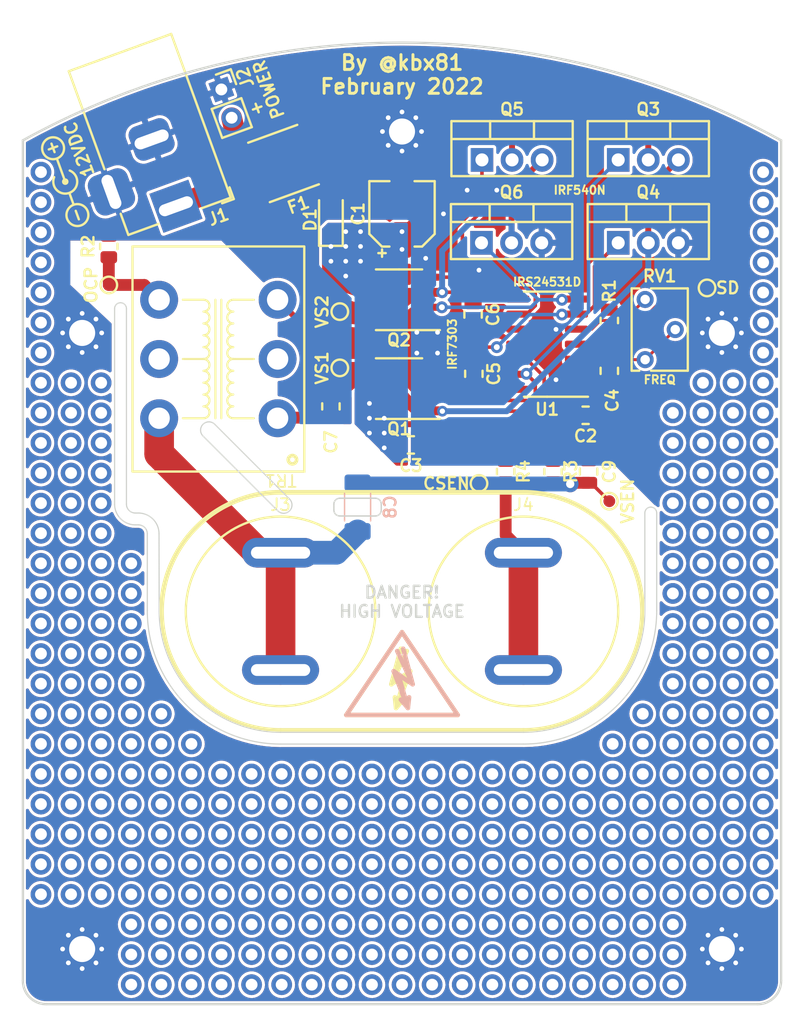
<source format=kicad_pcb>
(kicad_pcb (version 20211014) (generator pcbnew)
  (layers (0 "F.Cu" signal) (31 "B.Cu" signal) (34 "B.Paste" user) (35 "F.Paste" user) (36 "B.SilkS" user "B.Silkscreen") (37 "F.SilkS" user "F.Silkscreen") (38 "B.Mask" user) (39 "F.Mask" user) (44 "Edge.Cuts" user))
  (net 0 "")
  (net 1 "+12V")
  (net 2 "GND")
  (net 3 "/CT")
  (net 4 "/VS1")
  (net 5 "/VB1")
  (net 6 "/VS2")
  (net 7 "/VB2")
  (net 8 "Net-(R1-Pad1)")
  (net 9 "/RT")
  (net 10 "/SD")
  (net 11 "/HV")
  (net 12 "/VSEN")
  (net 13 "Net-(D1-Pad2)")
  (net 14 "Net-(F1-Pad2)")
  (net 15 "/CSEN")
  (net 16 "/GA")
  (net 17 "/GB")
  (net 18 "/GD")
  (net 19 "/GC")
  (net 20 "/OCP")
  (net 23 "/XFMR")
  (footprint "NeonPSU:SimplePad" (layer "F.Cu") (at 172.862894 130.767106 180)
    (fp_text reference "REF**" hide)
    (fp_text value "SimplePad")
  )
  (footprint "NeonPSU:SimplePad" (layer "F.Cu") (at 122.062894 110.447106 90)
    (fp_text reference "REF**" hide)
    (fp_text value "SimplePad")
  )
  (footprint "NeonPSU:SimplePad" (layer "F.Cu") (at 124.602894 95.207106 -90)
    (fp_text reference "REF**" hide)
    (fp_text value "SimplePad")
  )
  (footprint "Resistor_SMD:R_0805_2012Metric" (layer "F.Cu") (at 125.25 71 -90)
    (fp_text reference "R2")
    (fp_text value "100")
  )
  (footprint "NeonPSU:SimplePad" (layer "F.Cu") (at 127.142894 123.147106)
    (fp_text reference "REF**" hide)
    (fp_text value "SimplePad")
  )
  (footprint "NeonPSU:SimplePad" (layer "F.Cu") (at 177.942894 100.287106 -90)
    (fp_text reference "REF**" hide)
    (fp_text value "SimplePad")
  )
  (footprint "NeonPSU:SimplePad" (layer "F.Cu") (at 147.462894 133.307106)
    (fp_text reference "REF**" hide)
    (fp_text value "SimplePad")
  )
  (footprint "NeonPSU:SimplePad" (layer "F.Cu") (at 177.942894 92.667106 -90)
    (fp_text reference "REF**" hide)
    (fp_text value "SimplePad")
  )
  (footprint "NeonPSU:SimplePad" (layer "F.Cu") (at 162.702894 118.067106 180)
    (fp_text reference "REF**" hide)
    (fp_text value "SimplePad")
  )
  (footprint "TestPoint:TestPoint_Pad_D1.0mm" (layer "F.Cu") (at 144.749998 81.250002 90)
    (fp_text reference "TP4")
    (fp_text value "VS1")
  )
  (footprint "MountingHole:MountingHole_2.2mm_M2_Pad_Via" (layer "F.Cu") (at 177 78.3)
    (fp_text reference "H4")
    (fp_text value "MountingHole_Pad")
  )
  (footprint "NeonPSU:SimplePad" (layer "F.Cu") (at 172.862894 112.987106 -90)
    (fp_text reference "REF**" hide)
    (fp_text value "SimplePad")
  )
  (footprint "Capacitor_SMD:C_0805_2012Metric" (layer "F.Cu") (at 165.5 85.250002)
    (fp_text reference "C2")
    (fp_text value "10 uF")
  )
  (footprint "NeonPSU:SimplePad" (layer "F.Cu") (at 129.682894 115.527106)
    (fp_text reference "REF**" hide)
    (fp_text value "SimplePad")
  )
  (footprint "NeonPSU:SimplePad" (layer "F.Cu") (at 172.862894 90.127106 -90)
    (fp_text reference "REF**" hide)
    (fp_text value "SimplePad")
  )
  (footprint "TestPoint:TestPoint_Pad_D1.0mm" (layer "F.Cu") (at 125.249998 74.250002 90)
    (fp_text reference "TP3")
    (fp_text value "OCP")
  )
  (footprint "NeonPSU:SimplePad" (layer "F.Cu") (at 157.622894 128.227106 180)
    (fp_text reference "REF**" hide)
    (fp_text value "SimplePad")
  )
  (footprint "NeonPSU:SimplePad" (layer "F.Cu") (at 134.762894 123.147106)
    (fp_text reference "REF**" hide)
    (fp_text value "SimplePad")
  )
  (footprint "NeonPSU:SimplePad" (layer "F.Cu") (at 177.942894 82.507106 -90)
    (fp_text reference "REF**" hide)
    (fp_text value "SimplePad")
  )
  (footprint "NeonPSU:SimplePad" (layer "F.Cu") (at 144.922894 118.067106)
    (fp_text reference "REF**" hide)
    (fp_text value "SimplePad")
  )
  (footprint "NeonPSU:SimplePad" (layer "F.Cu") (at 119.522894 74.887106 -90)
    (fp_text reference "REF**" hide)
    (fp_text value "SimplePad")
  )
  (footprint "NeonPSU:SimplePad" (layer "F.Cu") (at 157.622894 120.607106 180)
    (fp_text reference "REF**" hide)
    (fp_text value "SimplePad")
  )
  (footprint "NeonPSU:SimplePad" (layer "F.Cu") (at 139.842894 130.767106)
    (fp_text reference "REF**" hide)
    (fp_text value "SimplePad")
  )
  (footprint "NeonPSU:SimplePad" (layer "F.Cu") (at 144.922894 133.307106)
    (fp_text reference "REF**" hide)
    (fp_text value "SimplePad")
  )
  (footprint "NeonPSU:SimplePad" (layer "F.Cu") (at 150.002894 133.307106)
    (fp_text reference "REF**" hide)
    (fp_text value "SimplePad")
  )
  (footprint "NeonPSU:SimplePad" (layer "F.Cu") (at 180.482894 105.367106 -90)
    (fp_text reference "REF**" hide)
    (fp_text value "SimplePad")
  )
  (footprint "NeonPSU:SimplePad" (layer "F.Cu") (at 139.842894 123.147106)
    (fp_text reference "REF**" hide)
    (fp_text value "SimplePad")
  )
  (footprint "NeonPSU:SimplePad" (layer "F.Cu") (at 155.082894 120.607106 180)
    (fp_text reference "REF**" hide)
    (fp_text value "SimplePad")
  )
  (footprint "NeonPSU:SimplePad" (layer "F.Cu") (at 119.522894 92.667106 -90)
    (fp_text reference "REF**" hide)
    (fp_text value "SimplePad")
  )
  (footprint "NeonPSU:SimplePad" (layer "F.Cu") (at 175.402894 102.827106 -90)
    (fp_text reference "REF**" hide)
    (fp_text value "SimplePad")
  )
  (footprint "NeonPSU:SimplePad" (layer "F.Cu") (at 170.322894 120.607106 180)
    (fp_text reference "REF**" hide)
    (fp_text value "SimplePad")
  )
  (footprint "NeonPSU:SimplePad" (layer "F.Cu") (at 119.522894 77.427106 -90)
    (fp_text reference "REF**" hide)
    (fp_text value "SimplePad")
  )
  (footprint "NeonPSU:SimplePad" (layer "F.Cu") (at 175.402894 97.747106 -90)
    (fp_text reference "REF**" hide)
    (fp_text value "SimplePad")
  )
  (footprint "NeonPSU:SimplePad" (layer "F.Cu") (at 180.482894 72.347106 -90)
    (fp_text reference "REF**" hide)
    (fp_text value "SimplePad")
  )
  (footprint "NeonPSU:SimplePad" (layer "F.Cu") (at 119.522894 97.747106 -90)
    (fp_text reference "REF**" hide)
    (fp_text value "SimplePad")
  )
  (footprint "NeonPSU:SimplePad" (layer "F.Cu") (at 122.062894 100.287106 -90)
    (fp_text reference "REF**" hide)
    (fp_text value "SimplePad")
  )
  (footprint "NeonPSU:SimplePad" (layer "F.Cu") (at 119.522894 95.207106 -90)
    (fp_text reference "REF**" hide)
    (fp_text value "SimplePad")
  )
  (footprint "NeonPSU:SimplePad" (layer "F.Cu") (at 139.842894 120.607106)
    (fp_text reference "REF**" hide)
    (fp_text value "SimplePad")
  )
  (footprint "NeonPSU:SimplePad" (layer "F.Cu") (at 180.482894 77.427106 -90)
    (fp_text reference "REF**" hide)
    (fp_text value "SimplePad")
  )
  (footprint "MountingHole:MountingHole_2.2mm_M2_Pad_Via" (layer "F.Cu") (at 177 130.3)
    (fp_text reference "H3")
    (fp_text value "MountingHole_Pad")
  )
  (footprint "NeonPSU:SimplePad" (layer "F.Cu") (at 144.922894 130.767106)
    (fp_text reference "REF**" hide)
    (fp_text value "SimplePad")
  )
  (footprint "NeonPSU:SimplePad" (layer "F.Cu") (at 172.862894 92.667106 180)
    (fp_text reference "REF**" hide)
    (fp_text value "SimplePad")
  )
  (footprint "NeonPSU:SimplePad" (layer "F.Cu") (at 177.942894 118.067106 90)
    (fp_text reference "REF**" hide)
    (fp_text value "SimplePad")
  )
  (footprint "Capacitor_SMD:C_0805_2012Metric" (layer "F.Cu") (at 150.75 87.75)
    (fp_text reference "C3")
    (fp_text value "10 uF")
  )
  (footprint "NeonPSU:SimplePad" (layer "F.Cu") (at 175.402894 100.287106 -90)
    (fp_text reference "REF**" hide)
    (fp_text value "SimplePad")
  )
  (footprint "NeonPSU:SimplePad" (layer "F.Cu") (at 167.782894 128.227106 180)
    (fp_text reference "REF**" hide)
    (fp_text value "SimplePad")
  )
  (footprint "NeonPSU:SimplePad" (layer "F.Cu") (at 134.762894 120.607106)
    (fp_text reference "REF**" hide)
    (fp_text value "SimplePad")
  )
  (footprint "NeonPSU:SimplePad" (layer "F.Cu") (at 119.522894 102.827106 -90)
    (fp_text reference "REF**" hide)
    (fp_text value "SimplePad")
  )
  (footprint "NeonPSU:SimplePad" (layer "F.Cu") (at 142.382894 115.527106)
    (fp_text reference "REF**" hide)
    (fp_text value "SimplePad")
  )
  (footprint "NeonPSU:SimplePad" (layer "F.Cu") (at 155.082894 128.227106 180)
    (fp_text reference "REF**" hide)
    (fp_text value "SimplePad")
  )
  (footprint "NeonPSU:SimplePad" (layer "F.Cu") (at 132.222894 115.527106)
    (fp_text reference "REF**" hide)
    (fp_text value "SimplePad")
  )
  (footprint "NeonPSU:SimplePad" (layer "F.Cu") (at 165.242894 128.227106 180)
    (fp_text reference "REF**" hide)
    (fp_text value "SimplePad")
  )
  (footprint "NeonPSU:SimplePad" (layer "F.Cu") (at 122.062894 85.047106 -90)
    (fp_text reference "REF**" hide)
    (fp_text value "SimplePad")
  )
  (footprint "NeonPSU:SimplePad" (layer "F.Cu") (at 127.142894 112.987106 -90)
    (fp_text reference "REF**" hide)
    (fp_text value "SimplePad")
  )
  (footprint "NeonPSU:SimplePad" (layer "F.Cu") (at 119.522894 79.967106 -90)
    (fp_text reference "REF**" hide)
    (fp_text value "SimplePad")
  )
  (footprint "NeonPSU:SimplePad" (layer "F.Cu") (at 132.222894 125.687106)
    (fp_text reference "REF**" hide)
    (fp_text value "SimplePad")
  )
  (footprint "NeonPSU:SimplePad" (layer "F.Cu") (at 152.542894 123.147106 180)
    (fp_text reference "REF**" hide)
    (fp_text value "SimplePad")
  )
  (footprint "NeonPSU:SimplePad" (layer "F.Cu") (at 139.842894 118.067106)
    (fp_text reference "REF**" hide)
    (fp_text value "SimplePad")
  )
  (footprint "NeonPSU:SimplePad" (layer "F.Cu") (at 180.482894 74.887106 -90)
    (fp_text reference "REF**" hide)
    (fp_text value "SimplePad")
  )
  (footprint "NeonPSU:SimplePad" (layer "F.Cu") (at 119.522894 85.047106 -90)
    (fp_text reference "REF**" hide)
    (fp_text value "SimplePad")
  )
  (footprint "NeonPSU:SimplePad" (layer "F.Cu") (at 162.702894 130.767106 180)
    (fp_text reference "REF**" hide)
    (fp_text value "SimplePad")
  )
  (footprint "NeonPSU:SimplePad" (layer "F.Cu") (at 129.682894 110.447106 -90)
    (fp_text reference "REF**" hide)
    (fp_text value "SimplePad")
  )
  (footprint "NeonPSU:SimplePad" (layer "F.Cu") (at 119.522894 123.147106 90)
    (fp_text reference "REF**" hide)
    (fp_text value "SimplePad")
  )
  (footprint "NeonPSU:SimplePad" (layer "F.Cu") (at 175.402894 90.127106 -90)
    (fp_text reference "REF**" hide)
    (fp_text value "SimplePad")
  )
  (footprint "NeonPSU:SimplePad" (layer "F.Cu") (at 162.702894 120.607106 180)
    (fp_text reference "REF**" hide)
    (fp_text value "SimplePad")
  )
  (footprint "NeonPSU:SimplePad" (layer "F.Cu") (at 175.402894 85.047106 -90)
    (fp_text reference "REF**" hide)
    (fp_text value "SimplePad")
  )
  (footprint "NeonPSU:SimplePad" (layer "F.Cu") (at 177.942894 90.127106 -90)
    (fp_text reference "REF**" hide)
    (fp_text value "SimplePad")
  )
  (footprint "NeonPSU:SimplePad" (layer "F.Cu") (at 144.922894 123.147106)
    (fp_text reference "REF**" hide)
    (fp_text value "SimplePad")
  )
  (footprint "NeonPSUTestPCB:SpringContact_9.9mm_5mm" (layer "F.Cu") (at 139.75 101.8)
    (fp_text reference "J3")
    (fp_text value "LAMP1+")
  )
  (footprint "NeonPSU:SimplePad" (layer "F.Cu") (at 119.522894 90.127106 -90)
    (fp_text reference "REF**" hide)
    (fp_text value "SimplePad")
  )
  (footprint "NeonPSU:SimplePad" (layer "F.Cu") (at 170.322894 115.527106 180)
    (fp_text reference "REF**" hide)
    (fp_text value "SimplePad")
  )
  (footprint "NeonPSU:SimplePad" (layer "F.Cu") (at 180.482894 85.047106 -90)
    (fp_text reference "REF**" hide)
    (fp_text value "SimplePad")
  )
  (footprint "NeonPSU:SimplePad" (layer "F.Cu") (at 119.522894 100.287106 -90)
    (fp_text reference "REF**" hide)
    (fp_text value "SimplePad")
  )
  (footprint "NeonPSU:SimplePad" (layer "F.Cu") (at 124.602894 107.907106 -90)
    (fp_text reference "REF**" hide)
    (fp_text value "SimplePad")
  )
  (footprint "NeonPSU:SimplePad" (layer "F.Cu") (at 162.702894 128.227106 180)
    (fp_text reference "REF**" hide)
    (fp_text value "SimplePad")
  )
  (footprint "Package_SO:SOIC-8_3.9x4.9mm_P1.27mm" (layer "F.Cu") (at 149.75 75.5 180)
    (fp_text reference "Q2")
    (fp_text value "IRF7303")
  )
  (footprint "NeonPSU:SimplePad" (layer "F.Cu") (at 147.462894 120.607106)
    (fp_text reference "REF**" hide)
    (fp_text value "SimplePad")
  )
  (footprint "NeonPSU:SimplePad" (layer "F.Cu") (at 175.402894 82.507106 -90)
    (fp_text reference "REF**" hide)
    (fp_text value "SimplePad")
  )
  (footprint "NeonPSU:SimplePad" (layer "F.Cu") (at 134.762894 133.307106)
    (fp_text reference "REF**" hide)
    (fp_text value "SimplePad")
  )
  (footprint "TestPoint:TestPoint_Pad_D1.0mm" (layer "F.Cu") (at 156.499998 91.000002 90)
    (fp_text reference "TP1")
    (fp_text value "CSEN")
  )
  (footprint "NeonPSU:SimplePad" (layer "F.Cu") (at 147.462894 128.227106)
    (fp_text reference "REF**" hide)
    (fp_text value "SimplePad")
  )
  (footprint "Package_TO_SOT_THT:TO-220-3_Vertical" (layer "F.Cu") (at 168.249998 70.695002)
    (fp_text reference "Q4")
    (fp_text value "IRF540N")
  )
  (footprint "NeonPSU:SimplePad" (layer "F.Cu") (at 180.482894 110.447106 -90)
    (fp_text reference "REF**" hide)
    (fp_text value "SimplePad")
  )
  (footprint "NeonPSU:SimplePad" (layer "F.Cu") (at 122.062894 97.747106 -90)
    (fp_text reference "REF**" hide)
    (fp_text value "SimplePad")
  )
  (footprint "NeonPSU:SimplePad" (layer "F.Cu") (at 127.142894 105.367106 -90)
    (fp_text reference "REF**" hide)
    (fp_text value "SimplePad")
  )
  (footprint "NeonPSU:SimplePad" (layer "F.Cu") (at 172.862894 97.747106 180)
    (fp_text reference "REF**" hide)
    (fp_text value "SimplePad")
  )
  (footprint "NeonPSU:SimplePad" (layer "F.Cu") (at 129.682894 133.307106)
    (fp_text reference "REF**" hide)
    (fp_text value "SimplePad")
  )
  (footprint "NeonPSU:SimplePad" (layer "F.Cu") (at 172.862894 128.227106 180)
    (fp_text reference "REF**" hide)
    (fp_text value "SimplePad")
  )
  (footprint "NeonPSU:SimplePad" (layer "F.Cu") (at 165.242894 115.527106 180)
    (fp_text reference "REF**" hide)
    (fp_text value "SimplePad")
  )
  (footprint "NeonPSU:SimplePad" (layer "F.Cu") (at 170.322894 118.067106 180)
    (fp_text reference "REF**" hide)
    (fp_text value "SimplePad")
  )
  (footprint "NeonPSU:SimplePad" (layer "F.Cu") (at 122.062894 95.207106 -90)
    (fp_text reference "REF**" hide)
    (fp_text value "SimplePad")
  )
  (footprint "NeonPSU:SimplePad" (layer "F.Cu") (at 177.942894 102.827106 -90)
    (fp_text reference "REF**" hide)
    (fp_text value "SimplePad")
  )
  (footprint "NeonPSU:SimplePad" (layer "F.Cu") (at 150.002894 125.687106)
    (fp_text reference "REF**" hide)
    (fp_text value "SimplePad")
  )
  (footprint "NeonPSU:SimplePad" (layer "F.Cu") (at 167.782894 112.987106 -90)
    (fp_text reference "REF**" hide)
    (fp_text value "SimplePad")
  )
  (footprint "NeonPSU:SimplePad" (layer "F.Cu") (at 127.142894 107.907106 -90)
    (fp_text reference "REF**" hide)
    (fp_text value "SimplePad")
  )
  (footprint "NeonPSU:SimplePad" (layer "F.Cu") (at 147.462894 130.767106)
    (fp_text reference "REF**" hide)
    (fp_text value "SimplePad")
  )
  (footprint "NeonPSU:SimplePad" (layer "F.Cu") (at 180.482894 120.607106 90)
    (fp_text reference "REF**" hide)
    (fp_text value "SimplePad")
  )
  (footprint "NeonPSU:SimplePad" (layer "F.Cu") (at 134.762894 118.067106)
    (fp_text reference "REF**" hide)
    (fp_text value "SimplePad")
  )
  (footprint "NeonPSU:SimplePad" (layer "F.Cu") (at 150.002894 123.147106)
    (fp_text reference "REF**" hide)
    (fp_text value "SimplePad")
  )
  (footprint "NeonPSU:SimplePad" (layer "F.Cu") (at 180.482894 100.287106 -90)
    (fp_text reference "REF**" hide)
    (fp_text value "SimplePad")
  )
  (footprint "NeonPSU:SimplePad" (layer "F.Cu") (at 122.062894 87.587106 -90)
    (fp_text reference "REF**" hide)
    (fp_text value "SimplePad")
  )
  (footprint "NeonPSU:SimplePad" (layer "F.Cu") (at 122.062894 120.607106 90)
    (fp_text reference "REF**" hide)
    (fp_text value "SimplePad")
  )
  (footprint "NeonPSU:SimplePad" (layer "F.Cu") (at 172.862894 100.287106 180)
    (fp_text reference "REF**" hide)
    (fp_text value "SimplePad")
  )
  (footprint "NeonPSU:SimplePad" (layer "F.Cu") (at 127.142894 118.067106)
    (fp_text reference "REF**" hide)
    (fp_text value "SimplePad")
  )
  (footprint "Resistor_SMD:R_0805_2012Metric" (layer "F.Cu") (at 162.75 90 -90)
    (fp_text reference "R3")
    (fp_text value "10K")
  )
  (footprint "NeonPSU:SimplePad" (layer "F.Cu") (at 137.302894 118.067106)
    (fp_text reference "REF**" hide)
    (fp_text value "SimplePad")
  )
  (footprint "NeonPSU:SimplePad" (layer "F.Cu") (at 165.242894 130.767106 180)
    (fp_text reference "REF**" hide)
    (fp_text value "SimplePad")
  )
  (footprint "NeonPSU:SimplePad" (layer "F.Cu") (at 180.482894 87.587106 -90)
    (fp_text reference "REF**" hide)
    (fp_text value "SimplePad")
  )
  (footprint "Resistor_SMD:R_0805_2012Metric" (layer "F.Cu") (at 167.499998 77.250002 -90)
    (fp_text reference "R1")
    (fp_text value "10K")
  )
  (footprint "NeonPSUTestPCB:B66206J1106T001" (layer "F.Cu") (at 134.5 80.5 180)
    (fp_text reference "TR1")
    (fp_text value "B66206J1106T001")
  )
  (footprint "NeonPSU:SimplePad" (layer "F.Cu") (at 175.402894 120.607106 90)
    (fp_text reference "REF**" hide)
    (fp_text value "SimplePad")
  )
  (footprint "TestPoint:TestPoint_Pad_D1.0mm" (layer "F.Cu") (at 175.749998 74.500002)
    (fp_text reference "TP6")
    (fp_text value "SD")
  )
  (footprint "NeonPSU:SimplePad" (layer "F.Cu") (at 147.462894 115.527106)
    (fp_text reference "REF**" hide)
    (fp_text value "SimplePad")
  )
  (footprint "NeonPSU:SimplePad" (layer "F.Cu") (at 142.382894 118.067106)
    (fp_text reference "REF**" hide)
    (fp_text value "SimplePad")
  )
  (footprint "Package_SO:SOIC-14_3.9x8.7mm_P1.27mm" (layer "F.Cu") (at 162.249998 79.250002 180)
    (fp_text reference "U1")
    (fp_text value "IRS24531D")
  )
  (footprint "NeonPSU:SimplePad" (layer "F.Cu") (at 175.402894 110.447106 90)
    (fp_text reference "REF**" hide)
    (fp_text value "SimplePad")
  )
  (footprint "NeonPSU:SimplePad" (layer "F.Cu") (at 132.222894 123.147106)
    (fp_text reference "REF**" hide)
    (fp_text value "SimplePad")
  )
  (footprint "NeonPSU:SimplePad" (layer "F.Cu") (at 165.242894 133.307106 180)
    (fp_text reference "REF**" hide)
    (fp_text value "SimplePad")
  )
  (footprint "NeonPSU:SimplePad" (layer "F.Cu") (at 152.542894 133.307106 180)
    (fp_text reference "REF**" hide)
    (fp_text value "SimplePad")
  )
  (footprint "NeonPSU:SimplePad" (layer "F.Cu") (at 119.522894 67.267106 -90)
    (fp_text reference "REF**" hide)
    (fp_text value "SimplePad")
  )
  (footprint "NeonPSU:SimplePad" (layer "F.Cu") (at 134.762894 128.227106)
    (fp_text reference "REF**" hide)
    (fp_text value "SimplePad")
  )
  (footprint "NeonPSU:SimplePad" (layer "F.Cu") (at 177.942894 95.207106 -90)
    (fp_text reference "REF**" hide)
    (fp_text value "SimplePad")
  )
  (footprint "NeonPSU:SimplePad" (layer "F.Cu") (at 172.862894 95.207106 180)
    (fp_text reference "REF**" hide)
    (fp_text value "SimplePad")
  )
  (footprint "NeonPSU:SimplePad" (layer "F.Cu") (at 137.302894 115.527106)
    (fp_text reference "REF**" hide)
    (fp_text value "SimplePad")
  )
  (footprint "NeonPSU:SimplePad" (layer "F.Cu") (at 177.942894 115.527106 90)
    (fp_text reference "REF**" hide)
    (fp_text value "SimplePad")
  )
  (footprint "NeonPSU:SimplePad" (layer "F.Cu") (at 150.002894 128.227106)
    (fp_text reference "REF**" hide)
    (fp_text value "SimplePad")
  )
  (footprint "NeonPSU:SimplePad" (layer "F.Cu") (at 129.682894 123.147106)
    (fp_text reference "REF**" hide)
    (fp_text value "SimplePad")
  )
  (footprint "TestPoint:TestPoint_Pad_D1.0mm" (layer "F.Cu") (at 167.499998 92.500002 90)
    (fp_text reference "TP2")
    (fp_text value "VSEN")
  )
  (footprint "NeonPSU:SimplePad" (layer "F.Cu") (at 129.682894 120.607106)
    (fp_text reference "REF**" hide)
    (fp_text value "SimplePad")
  )
  (footprint "NeonPSU:SimplePad" (layer "F.Cu") (at 160.162894 133.307106 180)
    (fp_text reference "REF**" hide)
    (fp_text value "SimplePad")
  )
  (footprint "NeonPSU:SimplePad" (layer "F.Cu") (at 142.382894 125.687106)
    (fp_text reference "REF**" hide)
    (fp_text value "SimplePad")
  )
  (footprint "NeonPSU:SimplePad" (layer "F.Cu") (at 172.862894 85.047106 -90)
    (fp_text reference "REF**" hide)
    (fp_text value "SimplePad")
  )
  (footprint "NeonPSU:SimplePad" (layer "F.Cu") (at 157.622894 118.067106 180)
    (fp_text reference "REF**" hide)
    (fp_text value "SimplePad")
  )
  (footprint "NeonPSU:SimplePad" (layer "F.Cu") (at 122.062894 115.527106 90)
    (fp_text reference "REF**" hide)
    (fp_text value "SimplePad")
  )
  (footprint "NeonPSU:SimplePad" (layer "F.Cu") (at 162.702894 125.687106 180)
    (fp_text reference "REF**" hide)
    (fp_text value "SimplePad")
  )
  (footprint "NeonPSU:SimplePad" (layer "F.Cu") (at 175.402894 125.687106 90)
    (fp_text reference "REF**" hide)
    (fp_text value "SimplePad")
  )
  (footprint "NeonPSU:SimplePad" (layer "F.Cu") (at 137.302894 128.227106)
    (fp_text reference "REF**" hide)
    (fp_text value "SimplePad")
  )
  (footprint "NeonPSU:SimplePad" (layer "F.Cu") (at 139.842894 128.227106)
    (fp_text reference "REF**" hide)
    (fp_text value "SimplePad")
  )
  (footprint "NeonPSU:SimplePad" (layer "F.Cu") (at 137.302894 133.307106)
    (fp_text reference "REF**" hide)
    (fp_text value "SimplePad")
  )
  (footprint "NeonPSU:SimplePad" (layer "F.Cu") (at 124.602894 97.747106 -90)
    (fp_text reference "REF**" hide)
    (fp_text value "SimplePad")
  )
  (footprint "NeonPSU:SimplePad" (layer "F.Cu") (at 150.002894 118.067106)
    (fp_text reference "REF**" hide)
    (fp_text value "SimplePad")
  )
  (footprint "NeonPSU:SimplePad" (layer "F.Cu") (at 119.522894 82.507106 -90)
    (fp_text reference "REF**" hide)
    (fp_text value "SimplePad")
  )
  (footprint "NeonPSU:SimplePad" (layer "F.Cu") (at 165.242894 123.147106 180)
    (fp_text reference "REF**" hide)
    (fp_text value "SimplePad")
  )
  (footprint "NeonPSU:SimplePad" (layer "F.Cu") (at 175.402894 95.207106 -90)
    (fp_text reference "REF**" hide)
    (fp_text value "SimplePad")
  )
  (footprint "NeonPSU:SimplePad" (layer "F.Cu") (at 162.702894 133.307106 180)
    (fp_text reference "REF**" hide)
    (fp_text value "SimplePad")
  )
  (footprint "NeonPSU:SimplePad" (layer "F.Cu") (at 129.682894 128.227106)
    (fp_text reference "REF**" hide)
    (fp_text value "SimplePad")
  )
  (footprint "TestPoint:TestPoint_Pad_D1.0mm" (layer "F.Cu") (at 144.749998 76.500002 90)
    (fp_text reference "TP5")
    (fp_text value "VS2")
  )
  (footprint "Resistor_SMD:R_0805_2012Metric" (layer "F.Cu") (at 158.75 90 -90)
    (fp_text reference "R4")
    (fp_text value "392")
  )
  (footprint "NeonPSU:SimplePad" (layer "F.Cu") (at 157.622894 123.147106 180)
    (fp_text reference "REF**" hide)
    (fp_text value "SimplePad")
  )
  (footprint "NeonPSU:SimplePad" (layer "F.Cu") (at 170.322894 110.447106 -90)
    (fp_text reference "REF**" hide)
    (fp_text value "SimplePad")
  )
  (footprint "NeonPSU:SimplePad" (layer "F.Cu") (at 144.922894 115.527106)
    (fp_text reference "REF**" hide)
    (fp_text value "SimplePad")
  )
  (footprint "NeonPSU:SimplePad" (layer "F.Cu") (at 127.142894 128.227106)
    (fp_text reference "REF**" hide)
    (fp_text value "SimplePad")
  )
  (footprint "NeonPSU:SimplePad" (layer "F.Cu") (at 165.242894 125.687106 180)
    (fp_text reference "REF**" hide)
    (fp_text value "SimplePad")
  )
  (footprint "NeonPSU:SimplePad" (layer "F.Cu") (at 122.062894 125.687106 90)
    (fp_text reference "REF**" hide)
    (fp_text value "SimplePad")
  )
  (footprint "NeonPSU:SimplePad" (layer "F.Cu") (at 124.602894 92.667106 -90)
    (fp_text reference "REF**" hide)
    (fp_text value "SimplePad")
  )
  (footprint "NeonPSU:SimplePad" (layer "F.Cu") (at 177.942894 112.987106 90)
    (fp_text reference "REF**" hide)
    (fp_text value "SimplePad")
  )
  (footprint "Potentiometer_THT:Potentiometer_Bourns_3266W_Vertical" (layer "F.Cu") (at 170.524998 75.475002 90)
    (fp_text reference "RV1")
    (fp_text value "1K")
  )
  (footprint "NeonPSU:SimplePad" (layer "F.Cu") (at 144.922894 125.687106)
    (fp_text reference "REF**" hide)
    (fp_text value "SimplePad")
  )
  (footprint "NeonPSU:SimplePad" (layer "F.Cu") (at 170.322894 128.227106 180)
    (fp_text reference "REF**" hide)
    (fp_text value "SimplePad")
  )
  (footprint "Package_TO_SOT_THT:TO-220-3_Vertical" (layer "F.Cu") (at 156.749998 63.695002)
    (fp_text reference "Q5")
    (fp_text value "IRF540N")
  )
  (footprint "NeonPSU:SimplePad" (layer "F.Cu") (at 124.602894 105.367106 -90)
    (fp_text reference "REF**" hide)
    (fp_text value "SimplePad")
  )
  (footprint "NeonPSU:SimplePad" (layer "F.Cu") (at 142.382894 120.607106)
    (fp_text reference "REF**" hide)
    (fp_text value "SimplePad")
  )
  (footprint "NeonPSU:SimplePad" (layer "F.Cu") (at 119.522894 107.907106 -90)
    (fp_text reference "REF**" hide)
    (fp_text value "SimplePad")
  )
  (footprint "NeonPSU:SimplePad" (layer "F.Cu") (at 157.622894 115.527106 180)
    (fp_text reference "REF**" hide)
    (fp_text value "SimplePad")
  )
  (footprint "Symbol:Symbol_Barrel_Polarity" (layer "F.Cu") (at 121.502894 65.557106 110)
    (fp_text reference "REF**" hide)
    (fp_text value "Symbol_Barrel_Polarity")
  )
  (footprint "NeonPSU:SimplePad" (layer "F.Cu") (at 119.522894 120.607106 90)
    (fp_text reference "REF**" hide)
    (fp_text value "SimplePad")
  )
  (footprint "NeonPSU:SimplePad" (layer "F.Cu") (at 119.522894 110.447106 -90)
    (fp_text reference "REF**" hide)
    (fp_text value "SimplePad")
  )
  (footprint "NeonPSU:SimplePad" (layer "F.Cu") (at 122.062894 107.907106 90)
    (fp_text reference "REF**" hide)
    (fp_text value "SimplePad")
  )
  (footprint "NeonPSU:SimplePad" (layer "F.Cu") (at 142.382894 130.767106)
    (fp_text reference "REF**" hide)
    (fp_text value "SimplePad")
  )
  (footprint "NeonPSU:SimplePad" (layer "F.Cu") (at 152.542894 125.687106 180)
    (fp_text reference "REF**" hide)
    (fp_text value "SimplePad")
  )
  (footprint "NeonPSU:SimplePad" (layer "F.Cu") (at 139.842894 133.307106)
    (fp_text reference "REF**" hide)
    (fp_text value "SimplePad")
  )
  (footprint "Capacitor_SMD:C_0805_2012Metric" (layer "F.Cu") (at 144 84.5 90)
    (fp_text reference "C7")
    (fp_text value "4.7 uF")
  )
  (footprint "NeonPSU:SimplePad" (layer "F.Cu") (at 180.482894 67.267106 -90)
    (fp_text reference "REF**" hide)
    (fp_text value "SimplePad")
  )
  (footprint "NeonPSU:SimplePad" (layer "F.Cu") (at 162.702894 115.527106 180)
    (fp_text reference "REF**" hide)
    (fp_text value "SimplePad")
  )
  (footprint "NeonPSU:SimplePad" (layer "F.Cu") (at 180.482894 118.067106 90)
    (fp_text reference "REF**" hide)
    (fp_text value "SimplePad")
  )
  (footprint "NeonPSU:SimplePad" (layer "F.Cu") (at 167.782894 120.607106 180)
    (fp_text reference "REF**" hide)
    (fp_text value "SimplePad")
  )
  (footprint "NeonPSU:SimplePad" (layer "F.Cu") (at 172.862894 120.607106 180)
    (fp_text reference "REF**" hide)
    (fp_text value "SimplePad")
  )
  (footprint "NeonPSUTestPCB:SpringContact_9.9mm_5mm" (layer "F.Cu") (at 160.25 101.8)
    (fp_text reference "J4")
    (fp_text value "LAMP1-")
  )
  (footprint "NeonPSU:SimplePad" (layer "F.Cu") (at 177.942894 87.587106 -90)
    (fp_text reference "REF**" hide)
    (fp_text value "SimplePad")
  )
  (footprint "NeonPSU:SimplePad" (layer "F.Cu") (at 167.782894 130.767106 180)
    (fp_text reference "REF**" hide)
    (fp_text value "SimplePad")
  )
  (footprint "NeonPSU:SimplePad" (layer "F.Cu") (at 142.382894 133.307106)
    (fp_text reference "REF**" hide)
    (fp_text value "SimplePad")
  )
  (footprint "NeonPSU:SimplePad" (layer "F.Cu") (at 172.862894 87.587106 -90)
    (fp_text reference "REF**" hide)
    (fp_text value "SimplePad")
  )
  (footprint "MountingHole:MountingHole_2.2mm_M2_Pad_Via" (layer "F.Cu") (at 123 130.3)
    (fp_text reference "H2")
    (fp_text value "MountingHole_Pad")
  )
  (footprint "NeonPSU:SimplePad" (layer "F.Cu") (at 180.482894 64.727106 -90)
    (fp_text reference "REF**" hide)
    (fp_text value "SimplePad")
  )
  (footprint "NeonPSU:SimplePad" (layer "F.Cu") (at 124.602894 110.447106 -90)
    (fp_text reference "REF**" hide)
    (fp_text value "SimplePad")
  )
  (footprint "NeonPSU:SimplePad" (layer "F.Cu") (at 167.782894 133.307106 180)
    (fp_text reference "REF**" hide)
    (fp_text value "SimplePad")
  )
  (footprint "NeonPSU:SimplePad" (layer "F.Cu") (at 165.242894 118.067106 180)
    (fp_text reference "REF**" hide)
    (fp_text value "SimplePad")
  )
  (footprint "NeonPSU:SimplePad" (layer "F.Cu") (at 127.142894 130.767106)
    (fp_text reference "REF**" hide)
    (fp_text value "SimplePad")
  )
  (footprint "NeonPSU:SimplePad" (layer "F.Cu") (at 124.602894 82.507106 -90)
    (fp_text reference "REF**" hide)
    (fp_text value "SimplePad")
  )
  (footprint "NeonPSU:SimplePad" (layer "F.Cu") (at 127.142894 133.307106)
    (fp_text reference "REF**" hide)
    (fp_text value "SimplePad")
  )
  (footprint "NeonPSU:SimplePad" (layer "F.Cu") (at 150.002894 120.607106)
    (fp_text reference "REF**" hide)
    (fp_text value "SimplePad")
  )
  (footprint "NeonPSU:SimplePad" (layer "F.Cu") (at 124.602894 120.607106 -90)
    (fp_text reference "REF**" hide)
    (fp_text value "SimplePad")
  )
  (footprint "NeonPSU:SimplePad" (layer "F.Cu") (at 180.482894 112.987106 90)
    (fp_text reference "REF**" hide)
    (fp_text value "SimplePad")
  )
  (footprint "NeonPSU:SimplePad" (layer "F.Cu") (at 137.302894 125.687106)
    (fp_text reference "REF**" hide)
    (fp_text value "SimplePad")
  )
  (footprint "NeonPSU:SimplePad" (layer "F.Cu") (at 177.942894 120.607106 90)
    (fp_text reference "REF**" hide)
    (fp_text value "SimplePad")
  )
  (footprint "NeonPSU:SimplePad" (layer "F.Cu") (at 180.482894 79.967106 -90)
    (fp_text reference "REF**" hide)
    (fp_text value "SimplePad")
  )
  (footprint "NeonPSU:SimplePad" (layer "F.Cu") (at 177.942894 125.687106 90)
    (fp_text reference "REF**" hide)
    (fp_text value "SimplePad")
  )
  (footprint "NeonPSU:SimplePad" (layer "F.Cu") (at 175.402894 118.067106 90)
    (fp_text reference "REF**" hide)
    (fp_text value "SimplePad")
  )
  (footprint "NeonPSU:SimplePad" (layer "F.Cu") (at 155.082894 115.527106 180)
    (fp_text reference "REF**" hide)
    (fp_text value "SimplePad")
  )
  (footprint "NeonPSU:SimplePad" (layer "F.Cu") (at 177.942894 97.747106 -90)
    (fp_text reference "REF**" hide)
    (fp_text value "SimplePad")
  )
  (footprint "NeonPSU:SimplePad" (layer "F.Cu") (at 170.322894 133.307106 180)
    (fp_text reference "REF**" hide)
    (fp_text value "SimplePad")
  )
  (footprint "NeonPSU:SimplePad" (layer "F.Cu") (at 180.482894 123.147106 90)
    (fp_text reference "REF**" hide)
    (fp_text value "SimplePad")
  )
  (footprint "NeonPSU:SimplePad" (layer "F.Cu") (at 124.602894 90.127106 -90)
    (fp_text reference "REF**" hide)
    (fp_text value "SimplePad")
  )
  (footprint "NeonPSU:SimplePad" (layer "F.Cu") (at 180.482894 90.127106 -90)
    (fp_text reference "REF**" hide)
    (fp_text value "SimplePad")
  )
  (footprint "NeonPSU:SimplePad" (layer "F.Cu") (at 152.542894 130.767106 180)
    (fp_text reference "REF**" hide)
    (fp_text value "SimplePad")
  )
  (footprint "NeonPSU:SimplePad" (layer "F.Cu") (at 147.462894 118.067106)
    (fp_text reference "REF**" hide)
    (fp_text value "SimplePad")
  )
  (footprint "NeonPSU:SimplePad" (layer "F.Cu") (at 137.302894 130.767106)
    (fp_text reference "REF**" hide)
    (fp_text value "SimplePad")
  )
  (footprint "NeonPSU:SimplePad" (layer "F.Cu") (at 134.762894 115.527106)
    (fp_text reference "REF**" hide)
    (fp_text value "SimplePad")
  )
  (footprint "NeonPSU:SimplePad" (layer "F.Cu") (at 172.862894 102.827106 180)
    (fp_text reference "REF**" hide)
    (fp_text value "SimplePad")
  )
  (footprint "NeonPSU:SimplePad" (layer "F.Cu") (at 122.062894 82.507106 -90)
    (fp_text reference "REF**" hide)
    (fp_text value "SimplePad")
  )
  (footprint "Capacitor_SMD:C_0805_2012Metric" (layer "F.Cu") (at 156.065194 81.750002 -90)
    (fp_text reference "C5")
    (fp_text value "1 uF")
  )
  (footprint "NeonPSU:SimplePad" (layer "F.Cu") (at 129.682894 125.687106)
    (fp_text reference "REF**" hide)
    (fp_text value "SimplePad")
  )
  (footprint "NeonPSU:SimplePad" (layer "F.Cu") (at 127.142894 110.447106 -90)
    (fp_text reference "REF**" hide)
    (fp_text value "SimplePad")
  )
  (footprint "NeonPSU:SimplePad" (layer "F.Cu") (at 129.682894 112.987106 -90)
    (fp_text reference "REF**" hide)
    (fp_text value "SimplePad")
  )
  (footprint "NeonPSU:SimplePad" (layer "F.Cu") (at 150.002894 130.767106)
    (fp_text reference "REF**" hide)
    (fp_text value "SimplePad")
  )
  (footprint "NeonPSU:SimplePad" (layer "F.Cu") (at 124.602894 85.047106 -90)
    (fp_text reference "REF**" hide)
    (fp_text value "SimplePad")
  )
  (footprint "NeonPSU:SimplePad" (layer "F.Cu") (at 180.482894 82.507106 -90)
    (fp_text reference "REF**" hide)
    (fp_text value "SimplePad")
  )
  (footprint "NeonPSU:SimplePad" (layer "F.Cu") (at 177.942894 105.367106 90)
    (fp_text reference "REF**" hide)
    (fp_text value "SimplePad")
  )
  (footprint "NeonPSU:SimplePad" (layer "F.Cu") (at 180.482894 97.747106 -90)
    (fp_text reference "REF**" hide)
    (fp_text value "SimplePad")
  )
  (footprint "NeonPSU:SimplePad" (layer "F.Cu") (at 142.382894 123.147106)
    (fp_text reference "REF**" hide)
    (fp_text value "SimplePad")
  )
  (footprint "Connector_PinSocket_2.54mm:PinSocket_1x02_P2.54mm_Vertical" (layer "F.Cu") (at 134.749998 57.750002 20)
    (fp_text reference "J2")
    (fp_text value "POWER")
  )
  (footprint "NeonPSU:SimplePad" (layer "F.Cu") (at 127.142894 125.687106)
    (fp_text reference "REF**" hide)
    (fp_text value "SimplePad")
  )
  (footprint "NeonPSU:SimplePad" (layer "F.Cu") (at 157.622894 130.767106 180)
    (fp_text reference "REF**" hide)
    (fp_text value "SimplePad")
  )
  (footprint "NeonPSU:SimplePad" (layer "F.Cu") (at 122.062894 118.067106 90)
    (fp_text reference "REF**" hide)
    (fp_text value "SimplePad")
  )
  (footprint "NeonPSU:SimplePad" (layer "F.Cu") (at 127.142894 120.607106)
    (fp_text reference "REF**" hide)
    (fp_text value "SimplePad")
  )
  (footprint "NeonPSU:SimplePad" (layer "F.Cu") (at 127.142894 102.827106 -90)
    (fp_text reference "REF**" hide)
    (fp_text value "SimplePad")
  )
  (footprint "NeonPSU:SimplePad" (layer "F.Cu") (at 127.142894 97.747106 -90)
    (fp_text reference "REF**" hide)
    (fp_text value "SimplePad")
  )
  (footprint "NeonPSU:SimplePad" (layer "F.Cu") (at 147.462894 123.147106)
    (fp_text reference "REF**" hide)
    (fp_text value "SimplePad")
  )
  (footprint "NeonPSU:SimplePad" (layer "F.Cu") (at 160.162894 118.067106 180)
    (fp_text reference "REF**" hide)
    (fp_text value "SimplePad")
  )
  (footprint "Capacitor_SMD:C_0805_2012Metric" (layer "F.Cu") (at 155.999998 76.750002 -90)
    (fp_text reference "C6")
    (fp_text value "1 uF")
  )
  (footprint "NeonPSU:SimplePad" (layer "F.Cu") (at 134.762894 130.767106)
    (fp_text reference "REF**" hide)
    (fp_text value "SimplePad")
  )
  (footprint "NeonPSU:SimplePad" (layer "F.Cu") (at 175.402894 115.527106 90)
    (fp_text reference "REF**" hide)
    (fp_text value "SimplePad")
  )
  (footprint "NeonPSU:SimplePad" (layer "F.Cu") (at 142.382894 128.227106)
    (fp_text reference "REF**" hide)
    (fp_text value "SimplePad")
  )
  (footprint "NeonPSU:SimplePad" (layer "F.Cu") (at 122.062894 90.127106 -90)
    (fp_text reference "REF**" hide)
    (fp_text value "SimplePad")
  )
  (footprint "NeonPSU:SimplePad" (layer "F.Cu") (at 160.162894 120.607106 180)
    (fp_text reference "REF**" hide)
    (fp_text value "SimplePad")
  )
  (footprint "NeonPSU:SimplePad" (layer "F.Cu") (at 119.522894 87.587106 -90)
    (fp_text reference "REF**" hide)
    (fp_text value "SimplePad")
  )
  (footprint "NeonPSU:SimplePad" (layer "F.Cu") (at 132.222894 128.227106)
    (fp_text reference "REF**" hide)
    (fp_text value "SimplePad")
  )
  (footprint "NeonPSU:SimplePad" (layer "F.Cu") (at 137.302894 120.607106)
    (fp_text reference "REF**" hide)
    (fp_text value "SimplePad")
  )
  (footprint "NeonPSU:SimplePad" (layer "F.Cu") (at 132.222894 112.987106 -90)
    (fp_text reference "REF**" hide)
    (fp_text value "SimplePad")
  )
  (footprint "NeonPSU:SimplePad" (layer "F.Cu") (at 160.162894 130.767106 180)
    (fp_text reference "REF**" hide)
    (fp_text value "SimplePad")
  )
  (footprint "NeonPSU:SimplePad" (layer "F.Cu") (at 155.082894 125.687106 180)
    (fp_text reference "REF**" hide)
    (fp_text value "SimplePad")
  )
  (footprint "NeonPSU:SimplePad" (layer "F.Cu") (at 132.222894 118.067106)
    (fp_text reference "REF**" hide)
    (fp_text value "SimplePad")
  )
  (footprint "NeonPSU:SimplePad" (layer "F.Cu") (at 124.602894 112.987106 -90)
    (fp_text reference "REF**" hide)
    (fp_text value "SimplePad")
  )
  (footprint "Connector_BarrelJack:BarrelJack_Horizontal" (layer "F.Cu") (at 130.915038 67.608002 -70)
    (fp_text reference "J1")
    (fp_text value "POWER")
  )
  (footprint "Fuse:Fuse_2920_7451Metric" (layer "F.Cu") (at 139.999998 64.000002 -160)
    (fp_text reference "F1")
    (fp_text value "2A")
  )
  (footprint "NeonPSU:SimplePad" (layer "F.Cu") (at 139.842894 125.687106)
    (fp_text reference "REF**" hide)
    (fp_text value "SimplePad")
  )
  (footprint "NeonPSU:SimplePad" (layer "F.Cu") (at 167.782894 125.687106 180)
    (fp_text reference "REF**" hide)
    (fp_text value "SimplePad")
  )
  (footprint "NeonPSU:SimplePad" (layer "F.Cu") (at 127.142894 115.527106)
    (fp_text reference "REF**" hide)
    (fp_text value "SimplePad")
  )
  (footprint "NeonPSU:SimplePad" (layer "F.Cu") (at 172.862894 118.067106 180)
    (fp_text reference "REF**" hide)
    (fp_text value "SimplePad")
  )
  (footprint "Package_TO_SOT_THT:TO-220-3_Vertical" (layer "F.Cu") (at 156.709998 70.695002)
    (fp_text reference "Q6")
    (fp_text value "IRF540N")
  )
  (footprint "NeonPSU:SimplePad" (layer "F.Cu") (at 165.242894 120.607106 180)
    (fp_text reference "REF**" hide)
    (fp_text value "SimplePad")
  )
  (footprint "NeonPSU:SimplePad" (layer "F.Cu") (at 122.062894 102.827106 -90)
    (fp_text reference "REF**" hide)
    (fp_text value "SimplePad")
  )
  (footprint "NeonPSU:SimplePad" (layer "F.Cu") (at 122.062894 112.987106 90)
    (fp_text reference "REF**" hide)
    (fp_text value "SimplePad")
  )
  (footprint "NeonPSU:SimplePad" (layer "F.Cu") (at 167.782894 118.067106 180)
    (fp_text reference "REF**" hide)
    (fp_text value "SimplePad")
  )
  (footprint "Package_TO_SOT_THT:TO-220-3_Vertical" (layer "F.Cu") (at 168.249998 63.695002)
    (fp_text reference "Q3")
    (fp_text value "IRF540N")
  )
  (footprint "Capacitor_SMD:C_0805_2012Metric" (layer "F.Cu") (at 165.75 90 90)
    (fp_text reference "C9")
    (fp_text value "6800 pF")
  )
  (footprint "NeonPSU:SimplePad" (layer "F.Cu") (at 134.762894 125.687106)
    (fp_text reference "REF**" hide)
    (fp_text value "SimplePad")
  )
  (footprint "NeonPSU:SimplePad" (layer "F.Cu") (at 172.862894 115.527106 180)
    (fp_text reference "REF**" hide)
    (fp_text value "SimplePad")
  )
  (footprint "NeonPSU:SimplePad" (layer "F.Cu") (at 180.482894 125.687106 90)
    (fp_text reference "REF**" hide)
    (fp_text value "SimplePad")
  )
  (footprint "NeonPSU:SimplePad" (layer "F.Cu") (at 137.302894 123.147106)
    (fp_text reference "REF**" hide)
    (fp_text value "SimplePad")
  )
  (footprint "NeonPSU:SimplePad" (layer "F.Cu") (at 172.862894 125.687106 180)
    (fp_text reference "REF**" hide)
    (fp_text value "SimplePad")
  )
  (footprint "NeonPSU:SimplePad" (layer "F.Cu") (at 127.142894 100.287106 -90)
    (fp_text reference "REF**" hide)
    (fp_text value "SimplePad")
  )
  (footprint "NeonPSU:SimplePad" (layer "F.Cu") (at 175.402894 87.587106 -90)
    (fp_text reference "REF**" hide)
    (fp_text value "SimplePad")
  )
  (footprint "NeonPSU:SimplePad" (layer "F.Cu") (at 175.402894 107.907106 90)
    (fp_text reference "REF**" hide)
    (fp_text value "SimplePad")
  )
  (footprint "NeonPSU:SimplePad" (layer "F.Cu") (at 170.322894 123.147106 180)
    (fp_text reference "REF**" hide)
    (fp_text value "SimplePad")
  )
  (footprint "NeonPSU:SimplePad" (layer "F.Cu") (at 129.682894 130.767106)
    (fp_text reference "REF**" hide)
    (fp_text value "SimplePad")
  )
  (footprint "MountingHole:MountingHole_2.2mm_M2_Pad_Via" (layer "F.Cu") (at 150 61.3)
    (fp_text reference "H5")
    (fp_text value "MountingHole_Pad")
  )
  (footprint "NeonPSU:SimplePad" (layer "F.Cu") (at 124.602894 118.067106 -90)
    (fp_text reference "REF**" hide)
    (fp_text value "SimplePad")
  )
  (footprint "NeonPSU:SimplePad" (layer "F.Cu") (at 177.942894 123.147106 90)
    (fp_text reference "REF**" hide)
    (fp_text value "SimplePad")
  )
  (footprint "MountingHole:MountingHole_2.2mm_M2_Pad_Via" (layer "F.Cu") (at 123 78.3)
    (fp_text reference "H1")
    (fp_text value "MountingHole_Pad")
  )
  (footprint "NeonPSU:SimplePad" (layer "F.Cu") (at 132.222894 120.607106)
    (fp_text reference "REF**" hide)
    (fp_text value "SimplePad")
  )
  (footprint "NeonPSU:SimplePad" (layer "F.Cu") (at 119.522894 69.807106 -90)
    (fp_text reference "REF**" hide)
    (fp_text value "SimplePad")
  )
  (footprint "NeonPSU:SimplePad" (layer "F.Cu") (at 155.082894 130.767106 180)
    (fp_text reference "REF**" hide)
    (fp_text value "SimplePad")
  )
  (footprint "NeonPSU:SimplePad" (layer "F.Cu") (at 180.482894 102.827106 -90)
    (fp_text reference "REF**" hide)
    (fp_text value "SimplePad")
  )
  (footprint "NeonPSU:SimplePad" (layer "F.Cu") (at 160.162894 115.527106 180)
    (fp_text reference "REF**" hide)
    (fp_text value "SimplePad")
  )
  (footprint "NeonPSU:SimplePad" (layer "F.Cu") (at 119.522894 72.347106 -90)
    (fp_text reference "REF**" hide)
    (fp_text value "SimplePad")
  )
  (footprint "NeonPSU:SimplePad" (layer "F.Cu") (at 152.542894 115.527106 180)
    (fp_text reference "REF**" hide)
    (fp_text value "SimplePad")
  )
  (footprint "NeonPSU:SimplePad" (layer "F.Cu") (at 122.062894 92.667106 -90)
    (fp_text reference "REF**" hide)
    (fp_text value "SimplePad")
  )
  (footprint "NeonPSU:SimplePad" (layer "F.Cu") (at 152.542894 120.607106 180)
    (fp_text reference "REF**" hide)
    (fp_text value "SimplePad")
  )
  (footprint "NeonPSU:SimplePad" (layer "F.Cu") (at 160.162894 123.147106 180)
    (fp_text reference "REF**" hide)
    (fp_text value "SimplePad")
  )
  (footprint "NeonPSU:SimplePad" (layer "F.Cu") (at 119.522894 112.987106 90)
    (fp_text reference "REF**" hide)
    (fp_text value "SimplePad")
  )
  (footprint "NeonPSU:SimplePad" (layer "F.Cu") (at 132.222894 133.307106)
    (fp_text reference "REF**" hide)
    (fp_text value "SimplePad")
  )
  (footprint "NeonPSU:SimplePad" (layer "F.Cu") (at 170.322894 130.767106 180)
    (fp_text reference "REF**" hide)
    (fp_text value "SimplePad")
  )
  (footprint "NeonPSU:SimplePad" (layer "F.Cu") (at 175.402894 112.987106 90)
    (fp_text reference "REF**" hide)
    (fp_text value "SimplePad")
  )
  (footprint "NeonPSU:SimplePad" (layer "F.Cu") (at 180.482894 115.527106 90)
    (fp_text reference "REF**" hide)
    (fp_text value "SimplePad")
  )
  (footprint "NeonPSU:SimplePad" (layer "F.Cu") (at 180.482894 107.907106 -90)
    (fp_text reference "REF**" hide)
    (fp_text value "SimplePad")
  )
  (footprint "NeonPSU:SimplePad" (layer "F.Cu") (at 172.862894 105.367106 180)
    (fp_text reference "REF**" hide)
    (fp_text value "SimplePad")
  )
  (footprint "NeonPSU:SimplePad" (layer "F.Cu") (at 119.522894 118.067106 90)
    (fp_text reference "REF**" hide)
    (fp_text value "SimplePad")
  )
  (footprint "NeonPSU:SimplePad" (layer "F.Cu") (at 157.622894 133.307106 180)
    (fp_text reference "REF**" hide)
    (fp_text value "SimplePad")
  )
  (footprint "NeonPSU:SimplePad" (layer "F.Cu") (at 129.682894 118.067106)
    (fp_text reference "REF**" hide)
    (fp_text value "SimplePad")
  )
  (footprint "NeonPSU:SimplePad" (layer "F.Cu") (at 155.082894 123.147106 180)
    (fp_text reference "REF**" hide)
    (fp_text value "SimplePad")
  )
  (footprint "NeonPSU:SimplePad" (layer "F.Cu") (at 177.942894 85.047106 -90)
    (fp_text reference "REF**" hide)
    (fp_text value "SimplePad")
  )
  (footprint "NeonPSU:SimplePad" (layer "F.Cu") (at 124.602894 125.687106 -90)
    (fp_text reference "REF**" hide)
    (fp_text value "SimplePad")
  )
  (footprint "NeonPSU:SimplePad" (layer "F.Cu") (at 124.602894 102.827106 -90)
    (fp_text reference "REF**" hide)
    (fp_text value "SimplePad")
  )
  (footprint "NeonPSU:SimplePad" (layer "F.Cu") (at 124.602894 115.527106 -90)
    (fp_text reference "REF**" hide)
    (fp_text value "SimplePad")
  )
  (footprint "NeonPSU:SimplePad" (layer "F.Cu") (at 147.462894 125.687106)
    (fp_text reference "REF**" hide)
    (fp_text value "SimplePad")
  )
  (footprint "NeonPSU:SimplePad" (layer "F.Cu") (at 152.542894 118.067106 180)
    (fp_text reference "REF**" hide)
    (fp_text value "SimplePad")
  )
  (footprint "NeonPSU:SimplePad" (layer "F.Cu") (at 180.482894 69.807106 -90)
    (fp_text reference "REF**" hide)
    (fp_text value "SimplePad")
  )
  (footprint "NeonPSU:SimplePad" (layer "F.Cu") (at 167.782894 115.527106 180)
    (fp_text reference "REF**" hide)
    (fp_text value "SimplePad")
  )
  (footprint "NeonPSU:SimplePad" (layer "F.Cu") (at 167.782894 123.147106 180)
    (fp_text reference "REF**" hide)
    (fp_text value "SimplePad")
  )
  (footprint "Capacitor_SMD:C_0805_2012Metric" (layer "F.Cu") (at 167.499998 81.500002 -90)
    (fp_text reference "C4")
    (fp_text value "10 nF")
  )
  (footprint "NeonPSU:Symbol_HighVoltage_Type2_SilkScreenTop_VerySmall" (layer "F.Cu") (at 150 107.75)
    (fp_text reference "REF**")
    (fp_text value "Symbol_HighVoltage_Type2_SilkScreenTop_VerySmall")
  )
  (footprint "NeonPSU:SimplePad" (layer "F.Cu") (at 124.602894 87.587106 -90)
    (fp_text reference "REF**" hide)
    (fp_text value "SimplePad")
  )
  (footprint "NeonPSU:SimplePad" (layer "F.Cu") (at 157.622894 125.687106 180)
    (fp_text reference "REF**" hide)
    (fp_text value "SimplePad")
  )
  (footprint "NeonPSU:SimplePad" (layer "F.Cu") (at 172.862894 123.147106 180)
    (fp_text reference "REF**" hide)
    (fp_text value "SimplePad")
  )
  (footprint "NeonPSU:SimplePad" (layer "F.Cu") (at 155.082894 133.307106 180)
    (fp_text reference "REF**" hide)
    (fp_text value "SimplePad")
  )
  (footprint "NeonPSU:SimplePad" (layer "F.Cu") (at 119.522894 125.687106 90)
    (fp_text reference "REF**" hide)
    (fp_text value "SimplePad")
  )
  (footprint "NeonPSU:SimplePad" (layer "F.Cu") (at 160.162894 128.227106 180)
    (fp_text reference "REF**" hide)
    (fp_text value "SimplePad")
  )
  (footprint "NeonPSU:SimplePad" (layer "F.Cu") (at 180.482894 95.207106 -90)
    (fp_text reference "REF**" hide)
    (fp_text value "SimplePad")
  )
  (footprint "NeonPSU:SimplePad" (layer "F.Cu") (at 152.542894 128.227106 180)
    (fp_text reference "REF**" hide)
    (fp_text value "SimplePad")
  )
  (footprint "NeonPSU:SimplePad" (layer "F.Cu") (at 175.402894 105.367106 90)
    (fp_text reference "REF**" hide)
    (fp_text value "SimplePad")
  )
  (footprint "NeonPSU:SimplePad" (layer "F.Cu") (at 144.922894 120.607106)
    (fp_text reference "REF**" hide)
    (fp_text value "SimplePad")
  )
  (footprint "NeonPSU:SimplePad" (layer "F.Cu") (at 170.322894 125.687106 180)
    (fp_text reference "REF**" hide)
    (fp_text value "SimplePad")
  )
  (footprint "NeonPSU:SimplePad" (layer "F.Cu") (at 124.602894 100.287106 -90)
    (fp_text reference "REF**" hide)
    (fp_text value "SimplePad")
  )
  (footprint "NeonPSU:SimplePad" (layer "F.Cu") (at 162.702894 123.147106 180)
    (fp_text reference "REF**" hide)
    (fp_text value "SimplePad")
  )
  (footprint "NeonPSU:SimplePad" (layer "F.Cu") (at 180.482894 92.667106 -90)
    (fp_text reference "REF**" hide)
    (fp_text value "SimplePad")
  )
  (footprint "NeonPSU:SimplePad" (layer "F.Cu") (at 124.602894 123.147106 -90)
    (fp_text reference "REF**" hide)
    (fp_text value "SimplePad")
  )
  (footprint "NeonPSU:SimplePad" (layer "F.Cu") (at 119.522894 105.367106 -90)
    (fp_text reference "REF**" hide)
    (fp_text value "SimplePad")
  )
  (footprint "NeonPSU:SimplePad" (layer "F.Cu") (at 177.942894 110.447106 90)
    (fp_text reference "REF**" hide)
    (fp_text value "SimplePad")
  )
  (footprint "NeonPSU:SimplePad" (layer "F.Cu") (at 132.222894 130.767106)
    (fp_text reference "REF**" hide)
    (fp_text value "SimplePad")
  )
  (footprint "Package_SO:SOIC-8_3.9x4.9mm_P1.27mm" (layer "F.Cu") (at 149.75 83 180)
    (fp_text reference "Q1")
    (fp_text value "IRF7303")
  )
  (footprint "Diode_SMD:D_SOD-123F" (layer "F.Cu") (at 143.999998 68.750002 90)
    (fp_text reference "D1")
    (fp_text value "N/A")
  )
  (footprint "NeonPSU:SimplePad" (layer "F.Cu") (at 119.522894 64.727106 -90)
    (fp_text reference "REF**" hide)
    (fp_text value "SimplePad")
  )
  (footprint "NeonPSU:SimplePad" (layer "F.Cu") (at 175.402894 92.667106 -90)
    (fp_text reference "REF**" hide)
    (fp_text value "SimplePad")
  )
  (footprint "NeonPSU:SimplePad" (layer "F.Cu") (at 172.862894 107.907106 180)
    (fp_text reference "REF**" hide)
    (fp_text value "SimplePad")
  )
  (footprint "NeonPSU:SimplePad" (layer "F.Cu") (at 172.862894 133.307106 180)
    (fp_text reference "REF**" hide)
    (fp_text value "SimplePad")
  )
  (footprint "NeonPSU:SimplePad" (layer "F.Cu") (at 175.402894 123.147106 90)
    (fp_text reference "REF**" hide)
    (fp_text value "SimplePad")
  )
  (footprint "NeonPSU:SimplePad" (layer "F.Cu") (at 170.322894 112.987106 -90)
    (fp_text reference "REF**" hide)
    (fp_text value "SimplePad")
  )
  (footprint "NeonPSU:SimplePad" (layer "F.Cu") (at 172.862894 110.447106 180)
    (fp_text reference "REF**" hide)
    (fp_text value "SimplePad")
  )
  (footprint "NeonPSU:SimplePad" (layer "F.Cu") (at 155.082894 118.067106 180)
    (fp_text reference "REF**" hide)
    (fp_text value "SimplePad")
  )
  (footprint "NeonPSU:SimplePad" (layer "F.Cu") (at 119.522894 115.527106 90)
    (fp_text reference "REF**" hide)
    (fp_text value "SimplePad")
  )
  (footprint "Capacitor_SMD:CP_Elec_5x5.3" (layer "F.Cu") (at 150 68.25 90)
    (fp_text reference "C1")
    (fp_text value "100 uF")
  )
  (footprint "NeonPSU:SimplePad" (layer "F.Cu") (at 177.942894 107.907106 90)
    (fp_text reference "REF**" hide)
    (fp_text value "SimplePad")
  )
  (footprint "NeonPSU:SimplePad" (layer "F.Cu") (at 139.842894 115.527106)
    (fp_text reference "REF**" hide)
    (fp_text value "SimplePad")
  )
  (footprint "NeonPSU:SimplePad" (layer "F.Cu") (at 122.062894 105.367106 90)
    (fp_text reference "REF**" hide)
    (fp_text value "SimplePad")
  )
  (footprint "NeonPSU:SimplePad" (layer "F.Cu") (at 160.162894 125.687106 180)
    (fp_text reference "REF**" hide)
    (fp_text value "SimplePad")
  )
  (footprint "NeonPSU:SimplePad" (layer "F.Cu") (at 150.002894 115.527106)
    (fp_text reference "REF**" hide)
    (fp_text value "SimplePad")
  )
  (footprint "NeonPSU:SimplePad" (layer "F.Cu") (at 144.922894 128.227106)
    (fp_text reference "REF**" hide)
    (fp_text value "SimplePad")
  )
  (footprint "NeonPSU:SimplePad" (layer "F.Cu") (at 122.062894 123.147106 90)
    (fp_text reference "REF**" hide)
    (fp_text value "SimplePad")
  )
  (footprint "NeonPSU:Symbol_HighVoltage_Type2_SilkScreenTop_VerySmall" (layer "B.Cu") (at 150 107.75 180)
    (fp_text reference "REF**")
    (fp_text value "Symbol_HighVoltage_Type2_SilkScreenTop_VerySmall")
  )
  (footprint "Capacitor_SMD:C_1808_4520Metric_Slot" (layer "B.Cu") (at 146.25 93 90)
    (fp_text reference "C8")
    (fp_text value "10 pF")
    (fp_line (start -0.75 -1.5) (end -0.75 1.5) (layer "Edge.Cuts") (width 0.12))
    (fp_line (start 0.75 1.5) (end 0.75 -1.5) (layer "Edge.Cuts") (width 0.12))
    (fp_line (start -0.25 2) (end 0.25 2) (layer "Edge.Cuts") (width 0.12))
    (fp_line (start 0.25 -2) (end -0.25 -2) (layer "Edge.Cuts") (width 0.12))
    (fp_arc (start 0.75 1.5) (mid 0.603553 1.853553) (end 0.25 2) (layer "Edge.Cuts") (width 0.12))
    (fp_arc (start -0.75 -1.5) (mid -0.603553 -1.853553) (end -0.25 -2) (layer "Edge.Cuts") (width 0.12))
    (fp_arc (start -0.25 2) (mid -0.603553 1.853553) (end -0.75 1.5) (layer "Edge.Cuts") (width 0.12))
    (fp_arc (start 0.25 -2) (mid 0.603553 -1.853553) (end 0.75 -1.5) (layer "Edge.Cuts") (width 0.12))
  )
  (gr_arc (start 139.75 111.85) (mid 129.7 101.8) (end 139.75 91.75) (layer "F.SilkS") (width 0.4))
  (gr_line (start 139.75 111.85) (end 160.25 111.85) (layer "F.SilkS") (width 0.4))
  (gr_arc (start 160.25 91.75) (mid 170.3 101.8) (end 160.25 111.85) (layer "F.SilkS") (width 0.4))
  (gr_line (start 139.75 91.75) (end 160.25 91.75) (layer "F.SilkS") (width 0.4))
  (gr_arc (start 170.5 93.5) (mid 171 93) (end 171.5 93.5) (layer "Edge.Cuts") (width 0.1))
  (gr_arc (start 171.5 101.75) (mid 168.204951 109.704951) (end 160.25 113) (layer "Edge.Cuts") (width 0.1))
  (gr_line (start 139.75 112) (end 160.25 112) (layer "Edge.Cuts") (width 0.1))
  (gr_arc (start 139.75 112) (mid 132.502155 108.997845) (end 129.5 101.75) (layer "Edge.Cuts") (width 0.1))
  (gr_arc (start 139.749998 113) (mid 131.795047 109.704951) (end 128.499998 101.75) (layer "Edge.Cuts") (width 0.1))
  (gr_line (start 171.5 101.75) (end 171.5 93.5) (layer "Edge.Cuts") (width 0.1))
  (gr_line (start 134.225274 86.042457) (end 140.475274 92.292457) (layer "Edge.Cuts") (width 0.1))
  (gr_arc (start 127.749709 94.5) (mid 128.280184 94.71961) (end 128.5 95.25) (layer "Edge.Cuts") (width 0.1))
  (gr_line (start 129.5 101.75) (end 129.489454 95.249959) (layer "Edge.Cuts") (width 0.1))
  (gr_arc (start 182 132.951114) (mid 181.425278 134.376057) (end 180.000022 134.95) (layer "Edge.Cuts") (width 0.2))
  (gr_arc (start 133.235688 87.033273) (mid 133.202687 86.010727) (end 134.225274 86.042457) (layer "Edge.Cuts") (width 0.1))
  (gr_arc (start 125.739454 76.250002) (mid 126.239454 75.750002) (end 126.739454 76.250002) (layer "Edge.Cuts") (width 0.1))
  (gr_arc (start 118 62.047951) (mid 150 53.801975) (end 182 62.047951) (layer "Edge.Cuts") (width 0.2))
  (gr_line (start 133.235688 87.033273) (end 139.485688 93.283273) (layer "Edge.Cuts") (width 0.1))
  (gr_line (start 125.739994 92.750002) (end 125.739454 76.250002) (layer "Edge.Cuts") (width 0.1))
  (gr_arc (start 127.739994 93.499959) (mid 128.977429 94.012366) (end 129.489454 95.249959) (layer "Edge.Cuts") (width 0.1))
  (gr_arc (start 127.489454 94.500002) (mid 126.252019 93.987595) (end 125.739994 92.750002) (layer "Edge.Cuts") (width 0.1))
  (gr_arc (start 170.5 101.75) (mid 167.497845 108.997845) (end 160.25 112) (layer "Edge.Cuts") (width 0.1))
  (gr_arc (start 140.475274 92.292457) (mid 140.508275 93.315003) (end 139.485688 93.283273) (layer "Edge.Cuts") (width 0.1))
  (gr_arc (start 127.48881 93.500002) (mid 126.958335 93.280392) (end 126.738519 92.750002) (layer "Edge.Cuts") (width 0.1))
  (gr_line (start 170.5 101.75) (end 170.5 93.5) (layer "Edge.Cuts") (width 0.1))
  (gr_line (start 139.749998 113) (end 160.25 113) (layer "Edge.Cuts") (width 0.1))
  (gr_line (start 127.489454 94.500002) (end 127.749709 94.5) (layer "Edge.Cuts") (width 0.1))
  (gr_line (start 126.738519 92.750002) (end 126.739454 76.250002) (layer "Edge.Cuts") (width 0.1))
  (gr_line (start 128.499998 101.75) (end 128.5 95.25) (layer "Edge.Cuts") (width 0.1))
  (gr_line (start 182 132.951114) (end 182 62.047951) (layer "Edge.Cuts") (width 0.2))
  (gr_line (start 127.48881 93.500002) (end 127.739994 93.499959) (layer "Edge.Cuts") (width 0.1))
  (gr_line (start 119.998886 134.95) (end 180.000022 134.95) (layer "Edge.Cuts") (width 0.2))
  (gr_arc (start 119.998886 134.95) (mid 118.573943 134.375278) (end 118 132.950022) (layer "Edge.Cuts") (width 0.2))
  (gr_line (start 118 62.047951) (end 118 132.950022) (layer "Edge.Cuts") (width 0.2))
  (gr_text "By @kbx81\nFebruary 2022" (at 150.002894 56.500002) (layer "F.SilkS") (effects (font (size 1.25 1.25) (thickness 0.25))))
  (gr_text "DANGER!\nHIGH VOLTAGE" (at 150 101) (layer "Edge.Cuts") (effects (font (size 1 1) (thickness 0.2))))
  (segment (start 164.724998 83.060002) (end 164.55 83.235) (width 0.5) (layer "F.Cu") (net 1))
  (segment (start 170.789998 62.195002) (end 170.789998 63.695002) (width 0.5) (layer "F.Cu") (net 1))
  (segment (start 159.484998 62.000002) (end 170.594998 62.000002) (width 0.5) (layer "F.Cu") (net 1))
  (segment (start 154.999998 64.750002) (end 154.999998 62.500002) (width 0.5) (layer "F.Cu") (net 1))
  (segment (start 164.55 83.235) (end 164.55 85.250002) (width 0.5) (layer "F.Cu") (net 1))
  (segment (start 161.749998 85.250002) (end 161 86) (width 0.5) (layer "F.Cu") (net 1))
  (segment (start 155.499998 62.000002) (end 159.094998 62.000002) (width 0.5) (layer "F.Cu") (net 1))
  (segment (start 150 69.75) (end 154.999998 64.750002) (width 0.5) (layer "F.Cu") (net 1))
  (segment (start 159.289998 62.195002) (end 159.484998 62.000002) (width 0.5) (layer "F.Cu") (net 1))
  (segment (start 159.289998 62.195002) (end 159.289998 63.695002) (width 0.5) (layer "F.Cu") (net 1))
  (segment (start 149 86) (end 148.5 85.5) (width 0.5) (layer "F.Cu") (net 1))
  (segment (start 161 86) (end 149 86) (width 0.5) (layer "F.Cu") (net 1))
  (segment (start 159.094998 62.000002) (end 159.289998 62.195002) (width 0.5) (layer "F.Cu") (net 1))
  (segment (start 164.55 85.250002) (end 161.749998 85.250002) (width 0.5) (layer "F.Cu") (net 1))
  (segment (start 154.999998 62.500002) (end 155.499998 62.000002) (width 0.5) (layer "F.Cu") (net 1))
  (segment (start 170.594998 62.000002) (end 170.789998 62.195002) (width 0.5) (layer "F.Cu") (net 1))
  (via (at 147.25 86.75) (size 0.8) (drill 0.4) (layers "F.Cu" "B.Cu") (net 1))
  (via (at 145.249998 73.500002) (size 0.8) (drill 0.4) (layers "F.Cu" "B.Cu") (net 1))
  (via (at 144 72.25) (size 0.8) (drill 0.4) (layers "F.Cu" "B.Cu") (net 1))
  (via (at 146.499998 71.000002) (size 0.8) (drill 0.4) (layers "F.Cu" "B.Cu") (net 1))
  (via (at 145.25 69.75) (size 0.8) (drill 0.4) (layers "F.Cu" "B.Cu") (net 1))
  (via (at 145.25 71) (size 0.8) (drill 0.4) (layers "F.Cu" "B.Cu") (net 1))
  (via (at 144 71) (size 0.8) (drill 0.4) (layers "F.Cu" "B.Cu") (net 1))
  (via (at 150 69.75) (size 0.8) (drill 0.4) (layers "F.Cu" "B.Cu") (net 1))
  (via (at 145.25 72.25) (size 0.8) (drill 0.4) (layers "F.Cu" "B.Cu") (net 1))
  (via (at 148.5 85.5) (size 0.8) (drill 0.4) (layers "F.Cu" "B.Cu") (net 1))
  (via (at 147.25 84.25) (size 0.8) (drill 0.4) (layers "F.Cu" "B.Cu") (net 1))
  (via (at 150 71.25) (size 0.8) (drill 0.4) (layers "F.Cu" "B.Cu") (net 1))
  (via (at 147.25 85.5) (size 0.8) (drill 0.4) (layers "F.Cu" "B.Cu") (net 1))
  (via (at 146.499998 69.750002) (size 0.8) (drill 0.4) (layers "F.Cu" "B.Cu") (net 1))
  (via (at 146.499998 72.250002) (size 0.8) (drill 0.4) (layers "F.Cu" "B.Cu") (net 1))
  (via (at 148.5 88) (size 0.8) (drill 0.4) (layers "F.Cu" "B.Cu") (net 1))
  (via (at 148.5 86.75) (size 0.8) (drill 0.4) (layers "F.Cu" "B.Cu") (net 1))
  (via (at 153.5 68.25) (size 0.8) (drill 0.4) (layers "F.Cu" "B.Cu") (net 2))
  (via (at 153 80) (size 0.8) (drill 0.4) (layers "F.Cu" "B.Cu") (net 2))
  (via (at 163 78) (size 0.8) (drill 0.4) (layers "F.Cu" "B.Cu") (net 2))
  (via (at 152 72) (size 0.8) (drill 0.4) (layers "F.Cu" "B.Cu") (net 2))
  (via (at 158 66.25) (size 0.8) (drill 0.4) (layers "F.Cu" "B.Cu") (net 2))
  (via (at 153 78.25) (size 0.8) (drill 0.4) (layers "F.Cu" "B.Cu") (net 2))
  (via (at 151.25 78.25) (size 0.8) (drill 0.4) (layers "F.Cu" "B.Cu") (net 2))
  (via (at 163 82.25) (size 0.8) (drill 0.4) (layers "F.Cu" "B.Cu") (net 2))
  (via (at 151.25 80) (size 0.8) (drill 0.4) (layers "F.Cu" "B.Cu") (net 2))
  (via (at 155.5 66.25) (size 0.8) (drill 0.4) (layers "F.Cu" "B.Cu") (net 2))
  (via (at 156.5 73) (size 0.8) (drill 0.4) (layers "F.Cu" "B.Cu") (net 2))
  (segment (start 164.724998 80.520002) (end 167.469998 80.520002) (width 0.25) (layer "F.Cu") (net 3))
  (segment (start 167.469998 80.520002) (end 167.499998 80.550002) (width 0.25) (layer "F.Cu") (net 3))
  (segment (start 170.524998 80.555002) (end 173.064998 78.015002) (width 0.25) (layer "F.Cu") (net 3))
  (segment (start 167.504998 80.555002) (end 167.499998 80.550002) (width 0.25) (layer "F.Cu") (net 3))
  (segment (start 170.524998 80.555002) (end 167.504998 80.555002) (width 0.25) (layer "F.Cu") (net 3))
  (segment (start 156.345194 80.520002) (end 156.065194 80.800002) (width 0.3) (layer "F.Cu") (net 4))
  (segment (start 160.519998 80.520002) (end 159.774998 80.520002) (width 0.3) (layer "F.Cu") (net 4))
  (segment (start 159.774998 80.520002) (end 156.345194 80.520002) (width 0.3) (layer "F.Cu") (net 4))
  (segment (start 170.789998 66.235002) (end 173.329998 63.695002) (width 0.5) (layer "F.Cu") (net 4))
  (segment (start 160.845 84.905) (end 161.999998 83.750002) (width 0.3) (layer "F.Cu") (net 4))
  (segment (start 152.225 84.905) (end 153.405 84.905) (width 0.3) (layer "F.Cu") (net 4))
  (segment (start 161.999998 83.750002) (end 161.999998 82.000002) (width 0.3) (layer "F.Cu") (net 4))
  (segment (start 161.999998 82.000002) (end 160.519998 80.520002) (width 0.3) (layer "F.Cu") (net 4))
  (segment (start 153.405 84.905) (end 160.845 84.905) (width 0.3) (layer "F.Cu") (net 4))
  (segment (start 170.789998 70.695002) (end 170.789998 66.235002) (width 0.5) (layer "F.Cu") (net 4))
  (via (at 153.405 84.905) (size 0.9) (drill 0.45) (layers "F.Cu" "B.Cu") (net 4))
  (segment (start 170.789998 70.695002) (end 170.789998 72.960002) (width 0.5) (layer "B.Cu") (net 4))
  (segment (start 170.789998 72.960002) (end 158.845 84.905) (width 0.5) (layer "B.Cu") (net 4))
  (segment (start 158.845 84.905) (end 153.405 84.905) (width 0.5) (layer "B.Cu") (net 4))
  (segment (start 156.065194 82.700002) (end 157.699998 82.700002) (width 0.25) (layer "F.Cu") (net 5))
  (segment (start 157.699998 82.700002) (end 158.059998 83.060002) (width 0.25) (layer "F.Cu") (net 5))
  (segment (start 158.059998 83.060002) (end 159.774998 83.060002) (width 0.25) (layer "F.Cu") (net 5))
  (segment (start 159.774998 75.440002) (end 156.359998 75.440002) (width 0.3) (layer "F.Cu") (net 6))
  (segment (start 159.249998 66.275002) (end 161.829998 63.695002) (width 0.5) (layer "F.Cu") (net 6))
  (segment (start 153.385 74.865) (end 155.064996 74.865) (width 0.3) (layer "F.Cu") (net 6))
  (segment (start 152.225 74.865) (end 153.385 74.865) (width 0.3) (layer "F.Cu") (net 6))
  (segment (start 159.249998 70.695002) (end 159.249998 66.275002) (width 0.5) (layer "F.Cu") (net 6))
  (segment (start 156.359998 75.440002) (end 155.999998 75.800002) (width 0.3) (layer "F.Cu") (net 6))
  (segment (start 155.064996 74.865) (end 155.999998 75.800002) (width 0.3) (layer "F.Cu") (net 6))
  (via (at 153.385 74.865) (size 1) (drill 0.5) (layers "F.Cu" "B.Cu") (net 6))
  (segment (start 155.75 69) (end 153.385 71.365) (width 0.5) (layer "B.Cu") (net 6))
  (segment (start 159.249998 70.695002) (end 159.249998 69.195002) (width 0.5) (layer "B.Cu") (net 6))
  (segment (start 159.249998 69.195002) (end 159.054996 69) (width 0.5) (layer "B.Cu") (net 6))
  (segment (start 153.385 71.365) (end 153.385 74.865) (width 0.5) (layer "B.Cu") (net 6))
  (segment (start 159.054996 69) (end 155.75 69) (width 0.5) (layer "B.Cu") (net 6))
  (segment (start 159.754998 78.000002) (end 159.774998 77.980002) (width 0.25) (layer "F.Cu") (net 7))
  (segment (start 157.999998 78.000002) (end 159.754998 78.000002) (width 0.25) (layer "F.Cu") (net 7))
  (segment (start 157.699998 77.700002) (end 157.999998 78.000002) (width 0.25) (layer "F.Cu") (net 7))
  (segment (start 155.999998 77.700002) (end 157.699998 77.700002) (width 0.25) (layer "F.Cu") (net 7))
  (segment (start 169.662498 76.337502) (end 170.524998 75.475002) (width 0.25) (layer "F.Cu") (net 8))
  (segment (start 167.499998 76.337502) (end 169.662498 76.337502) (width 0.25) (layer "F.Cu") (net 8))
  (segment (start 164.724998 79.250002) (end 166.412498 79.250002) (width 0.25) (layer "F.Cu") (net 9))
  (segment (start 166.412498 79.250002) (end 167.499998 78.162502) (width 0.25) (layer "F.Cu") (net 9))
  (segment (start 166.749998 77.250002) (end 170.227161 77.250002) (width 0.25) (layer "F.Cu") (net 10))
  (segment (start 170.227161 77.250002) (end 172.977161 74.500002) (width 0.25) (layer "F.Cu") (net 10))
  (segment (start 166.019998 77.980002) (end 166.749998 77.250002) (width 0.25) (layer "F.Cu") (net 10))
  (segment (start 164.724998 77.980002) (end 166.019998 77.980002) (width 0.25) (layer "F.Cu") (net 10))
  (segment (start 172.977161 74.500002) (end 175.749998 74.500002) (width 0.25) (layer "F.Cu") (net 10))
  (segment (start 129.5 85.5) (end 129.5 88.5) (width 2.5) (layer "F.Cu") (net 11))
  (segment (start 137.85 96.85) (end 139.75 96.85) (width 2.5) (layer "F.Cu") (net 11))
  (segment (start 129.5 88.5) (end 137.85 96.85) (width 2.5) (layer "F.Cu") (net 11))
  (segment (start 139.75 96.85) (end 139.75 106.75) (width 2.5) (layer "F.Cu") (net 11))
  (segment (start 144.45 96.85) (end 139.75 96.85) (width 2) (layer "B.Cu") (net 11))
  (segment (start 146.25 95.05) (end 144.45 96.85) (width 2) (layer "B.Cu") (net 11))
  (segment (start 162.75 90.9125) (end 164.0635 90.9125) (width 1) (layer "F.Cu") (net 12))
  (segment (start 164.0635 90.9125) (end 164.2005 91.0495) (width 1) (layer "F.Cu") (net 12))
  (segment (start 165.95 90.95) (end 167.5 92.5) (width 0.3) (layer "F.Cu") (net 12))
  (segment (start 164.3 90.95) (end 165.75 90.95) (width 1) (layer "F.Cu") (net 12))
  (segment (start 164.2005 91.0495) (end 164.3 90.95) (width 1) (layer "F.Cu") (net 12))
  (segment (start 165.75 90.95) (end 165.95 90.95) (width 0.3) (layer "F.Cu") (net 12))
  (via (at 164.2005 91.0495) (size 1.4) (drill 0.7) (layers "F.Cu" "B.Cu") (net 12))
  (segment (start 146.3495 91.0495) (end 164.2005 91.0495) (width 1.25) (layer "B.Cu") (net 12))
  (segment (start 146.25 90.95) (end 146.3495 91.0495) (width 1.25) (layer "B.Cu") (net 12))
  (segment (start 143.999998 67.350002) (end 143.183207 62.841409) (width 1.25) (layer "F.Cu") (net 13))
  (segment (start 136.816789 65.158595) (end 135.618729 60.136821) (width 1.75) (layer "F.Cu") (net 14))
  (segment (start 130.915038 67.608002) (end 136.816789 65.158595) (width 1.75) (layer "F.Cu") (net 14))
  (segment (start 156.5 90.999999) (end 158.662501 90.999999) (width 0.3) (layer "F.Cu") (net 15))
  (segment (start 158.662501 90.999999) (end 158.75 90.9125) (width 0.3) (layer "F.Cu") (net 15))
  (segment (start 160.25 96.85) (end 160.25 106.75) (width 2.5) (layer "F.Cu") (net 15))
  (segment (start 158.75 90.9125) (end 158.75 95.35) (width 1) (layer "F.Cu") (net 15))
  (segment (start 158.75 95.35) (end 160.25 96.85) (width 1) (layer "F.Cu") (net 15))
  (segment (start 157.384996 83.635) (end 152.225 83.635) (width 0.3) (layer "F.Cu") (net 16))
  (segment (start 161.249998 82.500002) (end 161.249998 83.500002) (width 0.3) (layer "F.Cu") (net 16))
  (segment (start 160.749998 84.000002) (end 157.749998 84.000002) (width 0.3) (layer "F.Cu") (net 16))
  (segment (start 157.749998 84.000002) (end 157.384996 83.635) (width 0.3) (layer "F.Cu") (net 16))
  (segment (start 159.774998 81.790002) (end 160.539998 81.790002) (width 0.3) (layer "F.Cu") (net 16))
  (segment (start 160.539998 81.790002) (end 161.249998 82.500002) (width 0.3) (layer "F.Cu") (net 16))
  (segment (start 161.249998 83.500002) (end 160.749998 84.000002) (width 0.3) (layer "F.Cu") (net 16))
  (via (at 160.499998 81.750002) (size 1) (drill 0.5) (layers "F.Cu" "B.Cu") (net 16))
  (segment (start 168.249998 63.695002) (end 165.749998 66.195002) (width 0.3) (layer "B.Cu") (net 16))
  (segment (start 165.749998 66.195002) (end 165.749998 76.500002) (width 0.3) (layer "B.Cu") (net 16))
  (segment (start 165.749998 76.500002) (end 160.499998 81.750002) (width 0.3) (layer "B.Cu") (net 16))
  (segment (start 163.499998 76.750002) (end 164.684998 76.750002) (width 0.3) (layer "F.Cu") (net 17))
  (segment (start 166.249998 76.000002) (end 166.249998 72.695002) (width 0.3) (layer "F.Cu") (net 17))
  (segment (start 164.684998 76.750002) (end 164.724998 76.710002) (width 0.3) (layer "F.Cu") (net 17))
  (segment (start 165.539998 76.710002) (end 166.249998 76.000002) (width 0.3) (layer "F.Cu") (net 17))
  (segment (start 155.249998 79.750002) (end 155.499998 79.500002) (width 0.3) (layer "F.Cu") (net 17))
  (segment (start 164.724998 76.710002) (end 165.539998 76.710002) (width 0.3) (layer "F.Cu") (net 17))
  (segment (start 166.249998 72.695002) (end 168.249998 70.695002) (width 0.3) (layer "F.Cu") (net 17))
  (segment (start 152.225 81.095) (end 153.905 81.095) (width 0.3) (layer "F.Cu") (net 17))
  (segment (start 153.905 81.095) (end 155.249998 79.750002) (width 0.3) (layer "F.Cu") (net 17))
  (segment (start 155.499998 79.500002) (end 157.999998 79.500002) (width 0.3) (layer "F.Cu") (net 17))
  (via (at 163.499998 76.750002) (size 1) (drill 0.5) (layers "F.Cu" "B.Cu") (net 17))
  (via (at 157.999998 79.500002) (size 1) (drill 0.5) (layers "F.Cu" "B.Cu") (net 17))
  (segment (start 163.499998 76.750002) (end 160.749998 76.750002) (width 0.3) (layer "B.Cu") (net 17))
  (segment (start 160.749998 76.750002) (end 157.999998 79.500002) (width 0.3) (layer "B.Cu") (net 17))
  (segment (start 164.724998 75.440002) (end 163.559998 75.440002) (width 0.3) (layer "F.Cu") (net 18))
  (segment (start 163.559998 75.440002) (end 163.499998 75.500002) (width 0.3) (layer "F.Cu") (net 18))
  (segment (start 152.225 76.135) (end 153.365 76.135) (width 0.3) (layer "F.Cu") (net 18))
  (via (at 163.499998 75.500002) (size 1) (drill 0.5) (layers "F.Cu" "B.Cu") (net 18))
  (via (at 153.365 76.135) (size 1) (drill 0.5) (layers "F.Cu" "B.Cu") (net 18))
  (segment (start 161.514998 75.500002) (end 163.499998 75.500002) (width 0.3) (layer "B.Cu") (net 18))
  (segment (start 156.709998 70.695002) (end 161.514998 75.500002) (width 0.3) (layer "B.Cu") (net 18))
  (segment (start 160.88 76.135) (end 161.514998 75.500002) (width 0.3) (layer "B.Cu") (net 18))
  (segment (start 153.365 76.135) (end 160.88 76.135) (width 0.3) (layer "B.Cu") (net 18))
  (segment (start 155.999998 74.500002) (end 155.094996 73.595) (width 0.3) (layer "F.Cu") (net 19))
  (segment (start 160.749998 74.500002) (end 155.999998 74.500002) (width 0.3) (layer "F.Cu") (net 19))
  (segment (start 156 68.753478) (end 156 68.75) (width 0.3) (layer "F.Cu") (net 19))
  (segment (start 155.094996 73.595) (end 152.225 73.595) (width 0.3) (layer "F.Cu") (net 19))
  (segment (start 161.249998 75.000002) (end 160.749998 74.500002) (width 0.3) (layer "F.Cu") (net 19))
  (segment (start 155.094996 69.658482) (end 156 68.753478) (width 0.3) (layer "F.Cu") (net 19))
  (segment (start 160.539998 76.710002) (end 161.249998 76.000002) (width 0.3) (layer "F.Cu") (net 19))
  (segment (start 161.249998 76.000002) (end 161.249998 75.000002) (width 0.3) (layer "F.Cu") (net 19))
  (segment (start 155.094996 73.595) (end 155.094996 69.658482) (width 0.3) (layer "F.Cu") (net 19))
  (segment (start 156.749998 68.000002) (end 156.749998 63.695002) (width 0.3) (layer "F.Cu") (net 19))
  (segment (start 156 68.75) (end 156.749998 68.000002) (width 0.3) (layer "F.Cu") (net 19))
  (segment (start 159.774998 76.710002) (end 160.539998 76.710002) (width 0.3) (layer "F.Cu") (net 19))
  (segment (start 125.249998 71.912502) (end 125.25 71.9125) (width 1) (layer "F.Cu") (net 20))
  (segment (start 128.250002 74.250002) (end 125.249998 74.250002) (width 1) (layer "F.Cu") (net 20))
  (segment (start 129.5 75.5) (end 128.250002 74.250002) (width 1) (layer "F.Cu") (net 20))
  (segment (start 125.249998 74.250002) (end 125.249998 71.912502) (width 1) (layer "F.Cu") (net 20))
  (segment (start 139.55 85.45) (end 139.5 85.5) (width 1) (layer "F.Cu") (net 23))
  (segment (start 144 85.45) (end 139.55 85.45) (width 1) (layer "F.Cu") (net 23))
  (zone (net 2) (net_name "GND") (layers F&B.Cu) (connect_pads (clearance 0.254)) (min_thickness 0.254) (fill yes (thermal_gap 0.254) (thermal_bridge_width 0.508))
    (polygon (pts (xy 182 135) (xy 118 135) (xy 118 53.75) (xy 182 53.75)))
  )
  (zone (net 6) (net_name "/VS2") (layer "F.Cu") (priority 2) (connect_pads (clearance 0.254)) (min_thickness 0.254) (fill yes (thermal_gap 0.508) (thermal_bridge_width 0.508))
    (polygon (pts (xy 146.25 75.75) (xy 148.25 75.75) (xy 150.5 74.5) (xy 153.25 74.5) (xy 153.25 75.25) (xy 151.5 75.25) (xy 148.25 77.75) (xy 138.75 77) (xy 138 76) (xy 138 75) (xy 140 74)))
  )
  (zone (net 4) (net_name "/VS1") (layer "F.Cu") (priority 2) (connect_pads (clearance 0.254)) (min_thickness 0.254) (fill yes (thermal_gap 0.508) (thermal_bridge_width 0.508))
    (polygon (pts (xy 151.5 84.5) (xy 153.25 84.5) (xy 153.25 85.25) (xy 151 85.25) (xy 148.25 82.75) (xy 146.25 82.75) (xy 144.75 84) (xy 143.25 84) (xy 143.25 82) (xy 144.5 80.75) (xy 148.25 80.75)))
  )
  (zone (net 1) (net_name "+12V") (layer "F.Cu") (priority 1) (connect_pads (clearance 0.254)) (min_thickness 0.254) (fill yes (thermal_gap 0.508) (thermal_bridge_width 0.508))
    (polygon (pts (xy 143.749998 69.000002) (xy 150.75 69) (xy 150.75 75.25) (xy 146.25 75.25) (xy 143.25 74.25) (xy 143.249998 69.500002)))
  )
  (zone (net 0) (net_name "") (layers F&B.Cu) (connect_pads (clearance 0)) (min_thickness 0.254)
    (keepout (tracks allowed) (vias allowed) (pads allowed) (copperpour not_allowed) (footprints allowed))
    (fill (thermal_gap 0.508) (thermal_bridge_width 0.508))
    (polygon (pts (xy 139.5 75.250002) (xy 139.5 86) (xy 146 86) (xy 149.5 89.5) (xy 168 89.5) (xy 171.5 93) (xy 171.5 103.75) (xy 162.25 113) (xy 137.75 113) (xy 128.75 104) (xy 128.75 95.250002) (xy 125.739454 92.250002) (xy 125.75 77.75) (xy 122 74.25) (xy 122.002894 70.499999) (xy 134.749998 70.500002)))
  )
  (zone (net 1) (net_name "+12V") (layer "F.Cu") (priority 1) (connect_pads (clearance 0.254)) (min_thickness 0.254) (fill yes (thermal_gap 0.508) (thermal_bridge_width 0.508))
    (polygon (pts (xy 150.5 85) (xy 150.5 89.5) (xy 146 89.5) (xy 146 83) (xy 148.5 83)))
  )
  (zone (net 1) (net_name "+12V") (layer "B.Cu") (priority 1) (connect_pads (clearance 0.254)) (min_thickness 0.254) (fill yes (thermal_gap 0.508) (thermal_bridge_width 0.508))
    (polygon (pts (xy 150.5 69) (xy 150.5 89.250002) (xy 146 89.250002) (xy 146 75.25) (xy 143.25 72.5) (xy 143.249998 69.500002) (xy 143.749998 69.000002)))
  )
)
</source>
